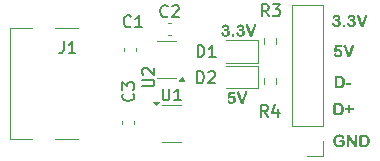
<source format=gbr>
%TF.GenerationSoftware,KiCad,Pcbnew,8.0.8*%
%TF.CreationDate,2025-06-15T19:23:18+08:00*%
%TF.ProjectId,USB_C_Connector,5553425f-435f-4436-9f6e-6e6563746f72,rev?*%
%TF.SameCoordinates,Original*%
%TF.FileFunction,Legend,Top*%
%TF.FilePolarity,Positive*%
%FSLAX46Y46*%
G04 Gerber Fmt 4.6, Leading zero omitted, Abs format (unit mm)*
G04 Created by KiCad (PCBNEW 8.0.8) date 2025-06-15 19:23:18*
%MOMM*%
%LPD*%
G01*
G04 APERTURE LIST*
%ADD10C,0.250000*%
%ADD11C,0.150000*%
%ADD12C,0.120000*%
G04 APERTURE END LIST*
D10*
G36*
X61571337Y-50529540D02*
G01*
X61623836Y-50533726D01*
X61676730Y-50541912D01*
X61701030Y-50547400D01*
X61751439Y-50564313D01*
X61798558Y-50589191D01*
X61838539Y-50618719D01*
X61876034Y-50655127D01*
X61908529Y-50695961D01*
X61936026Y-50741222D01*
X61958523Y-50790910D01*
X61976021Y-50845025D01*
X61988519Y-50903567D01*
X61996018Y-50966536D01*
X61998361Y-51016668D01*
X61998518Y-51033932D01*
X61997242Y-51084097D01*
X61992835Y-51136982D01*
X61985278Y-51186861D01*
X61982398Y-51201238D01*
X61969266Y-51251590D01*
X61952036Y-51298536D01*
X61932816Y-51338259D01*
X61905007Y-51382268D01*
X61871771Y-51422706D01*
X61846599Y-51447679D01*
X61806009Y-51478226D01*
X61762091Y-51502548D01*
X61755984Y-51505321D01*
X61708404Y-51522680D01*
X61657710Y-51534458D01*
X61650716Y-51535607D01*
X61599111Y-51541617D01*
X61546420Y-51544185D01*
X61524931Y-51544400D01*
X61259194Y-51544400D01*
X61208148Y-51539881D01*
X61170779Y-51526326D01*
X61136277Y-51489290D01*
X61131211Y-51475767D01*
X61123242Y-51425874D01*
X61122174Y-51393946D01*
X61122174Y-51372453D01*
X61341749Y-51372453D01*
X61488539Y-51372453D01*
X61538109Y-51371602D01*
X61566940Y-51369766D01*
X61615620Y-51359668D01*
X61624826Y-51356577D01*
X61669371Y-51332530D01*
X61676361Y-51326779D01*
X61710227Y-51290535D01*
X61737086Y-51245549D01*
X61756939Y-51191823D01*
X61768130Y-51140373D01*
X61774455Y-51082853D01*
X61776012Y-51032466D01*
X61774475Y-50979707D01*
X61768797Y-50924862D01*
X61757184Y-50871025D01*
X61737587Y-50821735D01*
X61732293Y-50812404D01*
X61703117Y-50772218D01*
X61666396Y-50739915D01*
X61624826Y-50720080D01*
X61572848Y-50708024D01*
X61523446Y-50702228D01*
X61474253Y-50700316D01*
X61468511Y-50700296D01*
X61341749Y-50700296D01*
X61341749Y-51372453D01*
X61122174Y-51372453D01*
X61122174Y-50660485D01*
X61127414Y-50610690D01*
X61148251Y-50566337D01*
X61153926Y-50560101D01*
X61198399Y-50535326D01*
X61250759Y-50528380D01*
X61255042Y-50528349D01*
X61520779Y-50528349D01*
X61571337Y-50529540D01*
G37*
G36*
X62397610Y-51263032D02*
G01*
X62180723Y-51263032D01*
X62131753Y-51256345D01*
X62099878Y-51239340D01*
X62074012Y-51197614D01*
X62071790Y-51177303D01*
X62085922Y-51129526D01*
X62099146Y-51115021D01*
X62143949Y-51094451D01*
X62180723Y-51091085D01*
X62397610Y-51091085D01*
X62447448Y-51097840D01*
X62478943Y-51115021D01*
X62504360Y-51156774D01*
X62506543Y-51177303D01*
X62492411Y-51224756D01*
X62479187Y-51239340D01*
X62434613Y-51259700D01*
X62397610Y-51263032D01*
G37*
G36*
X51853630Y-46550338D02*
G01*
X51903265Y-46544214D01*
X51948975Y-46524060D01*
X51957189Y-46518342D01*
X51989613Y-46479263D01*
X52000378Y-46430205D01*
X52000420Y-46426507D01*
X51988366Y-46377241D01*
X51966226Y-46348593D01*
X51923124Y-46323056D01*
X51873414Y-46315865D01*
X51823053Y-46320659D01*
X51807469Y-46325146D01*
X51766924Y-46349570D01*
X51738104Y-46389382D01*
X51714390Y-46433732D01*
X51712947Y-46436521D01*
X51684859Y-46463632D01*
X51639918Y-46473157D01*
X51592049Y-46456465D01*
X51583986Y-46449710D01*
X51560173Y-46405654D01*
X51558585Y-46387184D01*
X51568262Y-46338046D01*
X51581055Y-46311468D01*
X51610652Y-46270928D01*
X51646268Y-46237218D01*
X51687548Y-46209109D01*
X51732828Y-46187779D01*
X51752025Y-46180798D01*
X51801462Y-46167850D01*
X51850278Y-46161230D01*
X51892709Y-46159549D01*
X51941985Y-46162091D01*
X51991647Y-46170581D01*
X52016785Y-46177623D01*
X52063347Y-46196570D01*
X52107010Y-46223822D01*
X52114970Y-46230135D01*
X52149618Y-46264944D01*
X52176637Y-46307633D01*
X52177985Y-46310491D01*
X52194105Y-46357813D01*
X52199478Y-46408433D01*
X52195116Y-46457491D01*
X52180546Y-46504359D01*
X52168460Y-46526890D01*
X52138306Y-46567930D01*
X52101701Y-46605136D01*
X52090058Y-46615062D01*
X52132617Y-46642356D01*
X52169522Y-46674488D01*
X52171879Y-46676856D01*
X52203238Y-46714401D01*
X52227578Y-46758471D01*
X52228787Y-46761364D01*
X52243259Y-46809602D01*
X52248083Y-46861503D01*
X52243850Y-46912811D01*
X52231153Y-46962749D01*
X52222437Y-46985334D01*
X52197569Y-47031818D01*
X52167459Y-47070933D01*
X52146722Y-47092068D01*
X52106742Y-47124205D01*
X52061542Y-47150641D01*
X52028508Y-47165097D01*
X51979818Y-47179976D01*
X51927779Y-47188679D01*
X51877566Y-47191231D01*
X51826724Y-47188297D01*
X51774654Y-47178293D01*
X51726624Y-47161189D01*
X51679913Y-47136528D01*
X51639796Y-47107608D01*
X51616715Y-47085962D01*
X51585056Y-47048527D01*
X51558716Y-47007040D01*
X51551258Y-46991929D01*
X51533915Y-46944836D01*
X51529032Y-46910840D01*
X51541128Y-46861357D01*
X51557120Y-46841231D01*
X51602205Y-46817208D01*
X51626973Y-46814609D01*
X51668250Y-46826332D01*
X51694628Y-46855397D01*
X51714721Y-46903485D01*
X51737772Y-46947897D01*
X51766440Y-46988660D01*
X51768878Y-46991440D01*
X51809317Y-47021160D01*
X51857666Y-47033854D01*
X51879032Y-47034916D01*
X51928663Y-47027283D01*
X51957434Y-47015376D01*
X51997654Y-46985457D01*
X52019716Y-46957246D01*
X52039662Y-46909693D01*
X52044384Y-46867365D01*
X52038511Y-46815250D01*
X52018892Y-46769334D01*
X52002619Y-46749151D01*
X51959836Y-46720100D01*
X51908556Y-46707691D01*
X51885871Y-46706653D01*
X51843861Y-46709584D01*
X51806247Y-46712271D01*
X51758370Y-46702227D01*
X51742256Y-46691022D01*
X51720104Y-46645850D01*
X51719297Y-46632403D01*
X51734684Y-46584959D01*
X51746652Y-46572808D01*
X51792969Y-46552993D01*
X51825543Y-46550338D01*
X51853630Y-46550338D01*
G37*
G36*
X52520902Y-47191231D02*
G01*
X52470970Y-47180985D01*
X52441767Y-47162166D01*
X52414032Y-47119472D01*
X52408550Y-47080833D01*
X52419744Y-47032438D01*
X52440302Y-47004385D01*
X52483377Y-46977670D01*
X52518704Y-46972389D01*
X52566780Y-46982359D01*
X52598083Y-47003897D01*
X52625614Y-47046220D01*
X52631055Y-47080833D01*
X52621750Y-47129195D01*
X52598083Y-47161678D01*
X52554967Y-47186354D01*
X52520902Y-47191231D01*
G37*
G36*
X53122716Y-46550338D02*
G01*
X53172351Y-46544214D01*
X53218061Y-46524060D01*
X53226275Y-46518342D01*
X53258699Y-46479263D01*
X53269464Y-46430205D01*
X53269506Y-46426507D01*
X53257452Y-46377241D01*
X53235312Y-46348593D01*
X53192210Y-46323056D01*
X53142500Y-46315865D01*
X53092139Y-46320659D01*
X53076554Y-46325146D01*
X53036010Y-46349570D01*
X53007189Y-46389382D01*
X52983476Y-46433732D01*
X52982032Y-46436521D01*
X52953945Y-46463632D01*
X52909004Y-46473157D01*
X52861135Y-46456465D01*
X52853072Y-46449710D01*
X52829259Y-46405654D01*
X52827671Y-46387184D01*
X52837348Y-46338046D01*
X52850141Y-46311468D01*
X52879737Y-46270928D01*
X52915354Y-46237218D01*
X52956634Y-46209109D01*
X53001914Y-46187779D01*
X53021111Y-46180798D01*
X53070548Y-46167850D01*
X53119364Y-46161230D01*
X53161795Y-46159549D01*
X53211071Y-46162091D01*
X53260733Y-46170581D01*
X53285871Y-46177623D01*
X53332433Y-46196570D01*
X53376096Y-46223822D01*
X53384056Y-46230135D01*
X53418703Y-46264944D01*
X53445723Y-46307633D01*
X53447071Y-46310491D01*
X53463191Y-46357813D01*
X53468564Y-46408433D01*
X53464202Y-46457491D01*
X53449632Y-46504359D01*
X53437545Y-46526890D01*
X53407392Y-46567930D01*
X53370787Y-46605136D01*
X53359143Y-46615062D01*
X53401703Y-46642356D01*
X53438607Y-46674488D01*
X53440965Y-46676856D01*
X53472324Y-46714401D01*
X53496664Y-46758471D01*
X53497873Y-46761364D01*
X53512345Y-46809602D01*
X53517169Y-46861503D01*
X53512936Y-46912811D01*
X53500238Y-46962749D01*
X53491523Y-46985334D01*
X53466655Y-47031818D01*
X53436545Y-47070933D01*
X53415808Y-47092068D01*
X53375828Y-47124205D01*
X53330628Y-47150641D01*
X53297594Y-47165097D01*
X53248904Y-47179976D01*
X53196865Y-47188679D01*
X53146652Y-47191231D01*
X53095810Y-47188297D01*
X53043740Y-47178293D01*
X52995710Y-47161189D01*
X52948999Y-47136528D01*
X52908882Y-47107608D01*
X52885801Y-47085962D01*
X52854142Y-47048527D01*
X52827802Y-47007040D01*
X52820344Y-46991929D01*
X52803001Y-46944836D01*
X52798118Y-46910840D01*
X52810214Y-46861357D01*
X52826206Y-46841231D01*
X52871291Y-46817208D01*
X52896059Y-46814609D01*
X52937336Y-46826332D01*
X52963714Y-46855397D01*
X52983807Y-46903485D01*
X53006857Y-46947897D01*
X53035525Y-46988660D01*
X53037964Y-46991440D01*
X53078402Y-47021160D01*
X53126752Y-47033854D01*
X53148118Y-47034916D01*
X53197748Y-47027283D01*
X53226520Y-47015376D01*
X53266740Y-46985457D01*
X53288801Y-46957246D01*
X53308748Y-46909693D01*
X53313470Y-46867365D01*
X53307597Y-46815250D01*
X53287978Y-46769334D01*
X53271704Y-46749151D01*
X53228922Y-46720100D01*
X53177642Y-46707691D01*
X53154956Y-46706653D01*
X53112947Y-46709584D01*
X53075333Y-46712271D01*
X53027456Y-46702227D01*
X53011342Y-46691022D01*
X52989190Y-46645850D01*
X52988383Y-46632403D01*
X53003770Y-46584959D01*
X53015738Y-46572808D01*
X53062055Y-46552993D01*
X53094628Y-46550338D01*
X53122716Y-46550338D01*
G37*
G36*
X53835173Y-46268237D02*
G01*
X54055724Y-46924274D01*
X54277252Y-46263352D01*
X54293784Y-46214962D01*
X54304363Y-46187149D01*
X54334967Y-46147753D01*
X54336359Y-46146604D01*
X54383354Y-46128930D01*
X54397175Y-46128286D01*
X54444917Y-46139921D01*
X54449443Y-46142452D01*
X54485550Y-46177386D01*
X54487301Y-46180310D01*
X54501223Y-46227937D01*
X54496827Y-46262375D01*
X54486324Y-46297791D01*
X54473868Y-46332962D01*
X54230113Y-46994860D01*
X54213627Y-47040942D01*
X54203735Y-47067400D01*
X54182477Y-47113345D01*
X54172716Y-47129193D01*
X54137255Y-47165508D01*
X54124600Y-47173646D01*
X54076944Y-47189514D01*
X54051083Y-47191231D01*
X54002101Y-47184553D01*
X53977566Y-47174134D01*
X53938961Y-47142352D01*
X53928962Y-47129193D01*
X53905279Y-47085887D01*
X53897455Y-47067156D01*
X53880249Y-47020483D01*
X53871321Y-46994860D01*
X53631474Y-46338335D01*
X53618774Y-46302920D01*
X53607538Y-46264818D01*
X53602898Y-46229403D01*
X53615941Y-46182124D01*
X53633184Y-46159793D01*
X53674863Y-46133486D01*
X53709632Y-46128286D01*
X53760135Y-46138006D01*
X53789011Y-46162724D01*
X53812153Y-46206200D01*
X53830866Y-46255191D01*
X53835173Y-46268237D01*
G37*
G36*
X61251630Y-45737538D02*
G01*
X61301265Y-45731414D01*
X61346975Y-45711260D01*
X61355189Y-45705542D01*
X61387613Y-45666463D01*
X61398378Y-45617405D01*
X61398420Y-45613707D01*
X61386366Y-45564441D01*
X61364226Y-45535793D01*
X61321124Y-45510256D01*
X61271414Y-45503065D01*
X61221053Y-45507859D01*
X61205469Y-45512346D01*
X61164924Y-45536770D01*
X61136104Y-45576582D01*
X61112390Y-45620932D01*
X61110947Y-45623721D01*
X61082859Y-45650832D01*
X61037918Y-45660357D01*
X60990049Y-45643665D01*
X60981986Y-45636910D01*
X60958173Y-45592854D01*
X60956585Y-45574384D01*
X60966262Y-45525246D01*
X60979055Y-45498668D01*
X61008652Y-45458128D01*
X61044268Y-45424418D01*
X61085548Y-45396309D01*
X61130828Y-45374979D01*
X61150025Y-45367998D01*
X61199462Y-45355050D01*
X61248278Y-45348430D01*
X61290709Y-45346749D01*
X61339985Y-45349291D01*
X61389647Y-45357781D01*
X61414785Y-45364823D01*
X61461347Y-45383770D01*
X61505010Y-45411022D01*
X61512970Y-45417335D01*
X61547618Y-45452144D01*
X61574637Y-45494833D01*
X61575985Y-45497691D01*
X61592105Y-45545013D01*
X61597478Y-45595633D01*
X61593116Y-45644691D01*
X61578546Y-45691559D01*
X61566460Y-45714090D01*
X61536306Y-45755130D01*
X61499701Y-45792336D01*
X61488058Y-45802262D01*
X61530617Y-45829556D01*
X61567522Y-45861688D01*
X61569879Y-45864056D01*
X61601238Y-45901601D01*
X61625578Y-45945671D01*
X61626787Y-45948564D01*
X61641259Y-45996802D01*
X61646083Y-46048703D01*
X61641850Y-46100011D01*
X61629153Y-46149949D01*
X61620437Y-46172534D01*
X61595569Y-46219018D01*
X61565459Y-46258133D01*
X61544722Y-46279268D01*
X61504742Y-46311405D01*
X61459542Y-46337841D01*
X61426508Y-46352297D01*
X61377818Y-46367176D01*
X61325779Y-46375879D01*
X61275566Y-46378431D01*
X61224724Y-46375497D01*
X61172654Y-46365493D01*
X61124624Y-46348389D01*
X61077913Y-46323728D01*
X61037796Y-46294808D01*
X61014715Y-46273162D01*
X60983056Y-46235727D01*
X60956716Y-46194240D01*
X60949258Y-46179129D01*
X60931915Y-46132036D01*
X60927032Y-46098040D01*
X60939128Y-46048557D01*
X60955120Y-46028431D01*
X61000205Y-46004408D01*
X61024973Y-46001809D01*
X61066250Y-46013532D01*
X61092628Y-46042597D01*
X61112721Y-46090685D01*
X61135772Y-46135097D01*
X61164440Y-46175860D01*
X61166878Y-46178640D01*
X61207317Y-46208360D01*
X61255666Y-46221054D01*
X61277032Y-46222116D01*
X61326663Y-46214483D01*
X61355434Y-46202576D01*
X61395654Y-46172657D01*
X61417716Y-46144446D01*
X61437662Y-46096893D01*
X61442384Y-46054565D01*
X61436511Y-46002450D01*
X61416892Y-45956534D01*
X61400619Y-45936351D01*
X61357836Y-45907300D01*
X61306556Y-45894891D01*
X61283871Y-45893853D01*
X61241861Y-45896784D01*
X61204247Y-45899471D01*
X61156370Y-45889427D01*
X61140256Y-45878222D01*
X61118104Y-45833050D01*
X61117297Y-45819603D01*
X61132684Y-45772159D01*
X61144652Y-45760008D01*
X61190969Y-45740193D01*
X61223543Y-45737538D01*
X61251630Y-45737538D01*
G37*
G36*
X61918902Y-46378431D02*
G01*
X61868970Y-46368185D01*
X61839767Y-46349366D01*
X61812032Y-46306672D01*
X61806550Y-46268033D01*
X61817744Y-46219638D01*
X61838302Y-46191585D01*
X61881377Y-46164870D01*
X61916704Y-46159589D01*
X61964780Y-46169559D01*
X61996083Y-46191097D01*
X62023614Y-46233420D01*
X62029055Y-46268033D01*
X62019750Y-46316395D01*
X61996083Y-46348878D01*
X61952967Y-46373554D01*
X61918902Y-46378431D01*
G37*
G36*
X62520716Y-45737538D02*
G01*
X62570351Y-45731414D01*
X62616061Y-45711260D01*
X62624275Y-45705542D01*
X62656699Y-45666463D01*
X62667464Y-45617405D01*
X62667506Y-45613707D01*
X62655452Y-45564441D01*
X62633312Y-45535793D01*
X62590210Y-45510256D01*
X62540500Y-45503065D01*
X62490139Y-45507859D01*
X62474554Y-45512346D01*
X62434010Y-45536770D01*
X62405189Y-45576582D01*
X62381476Y-45620932D01*
X62380032Y-45623721D01*
X62351945Y-45650832D01*
X62307004Y-45660357D01*
X62259135Y-45643665D01*
X62251072Y-45636910D01*
X62227259Y-45592854D01*
X62225671Y-45574384D01*
X62235348Y-45525246D01*
X62248141Y-45498668D01*
X62277737Y-45458128D01*
X62313354Y-45424418D01*
X62354634Y-45396309D01*
X62399914Y-45374979D01*
X62419111Y-45367998D01*
X62468548Y-45355050D01*
X62517364Y-45348430D01*
X62559795Y-45346749D01*
X62609071Y-45349291D01*
X62658733Y-45357781D01*
X62683871Y-45364823D01*
X62730433Y-45383770D01*
X62774096Y-45411022D01*
X62782056Y-45417335D01*
X62816703Y-45452144D01*
X62843723Y-45494833D01*
X62845071Y-45497691D01*
X62861191Y-45545013D01*
X62866564Y-45595633D01*
X62862202Y-45644691D01*
X62847632Y-45691559D01*
X62835545Y-45714090D01*
X62805392Y-45755130D01*
X62768787Y-45792336D01*
X62757143Y-45802262D01*
X62799703Y-45829556D01*
X62836607Y-45861688D01*
X62838965Y-45864056D01*
X62870324Y-45901601D01*
X62894664Y-45945671D01*
X62895873Y-45948564D01*
X62910345Y-45996802D01*
X62915169Y-46048703D01*
X62910936Y-46100011D01*
X62898238Y-46149949D01*
X62889523Y-46172534D01*
X62864655Y-46219018D01*
X62834545Y-46258133D01*
X62813808Y-46279268D01*
X62773828Y-46311405D01*
X62728628Y-46337841D01*
X62695594Y-46352297D01*
X62646904Y-46367176D01*
X62594865Y-46375879D01*
X62544652Y-46378431D01*
X62493810Y-46375497D01*
X62441740Y-46365493D01*
X62393710Y-46348389D01*
X62346999Y-46323728D01*
X62306882Y-46294808D01*
X62283801Y-46273162D01*
X62252142Y-46235727D01*
X62225802Y-46194240D01*
X62218344Y-46179129D01*
X62201001Y-46132036D01*
X62196118Y-46098040D01*
X62208214Y-46048557D01*
X62224206Y-46028431D01*
X62269291Y-46004408D01*
X62294059Y-46001809D01*
X62335336Y-46013532D01*
X62361714Y-46042597D01*
X62381807Y-46090685D01*
X62404857Y-46135097D01*
X62433525Y-46175860D01*
X62435964Y-46178640D01*
X62476402Y-46208360D01*
X62524752Y-46221054D01*
X62546118Y-46222116D01*
X62595748Y-46214483D01*
X62624520Y-46202576D01*
X62664740Y-46172657D01*
X62686801Y-46144446D01*
X62706748Y-46096893D01*
X62711470Y-46054565D01*
X62705597Y-46002450D01*
X62685978Y-45956534D01*
X62669704Y-45936351D01*
X62626922Y-45907300D01*
X62575642Y-45894891D01*
X62552956Y-45893853D01*
X62510947Y-45896784D01*
X62473333Y-45899471D01*
X62425456Y-45889427D01*
X62409342Y-45878222D01*
X62387190Y-45833050D01*
X62386383Y-45819603D01*
X62401770Y-45772159D01*
X62413738Y-45760008D01*
X62460055Y-45740193D01*
X62492628Y-45737538D01*
X62520716Y-45737538D01*
G37*
G36*
X63233173Y-45455437D02*
G01*
X63453724Y-46111474D01*
X63675252Y-45450552D01*
X63691784Y-45402162D01*
X63702363Y-45374349D01*
X63732967Y-45334953D01*
X63734359Y-45333804D01*
X63781354Y-45316130D01*
X63795175Y-45315486D01*
X63842917Y-45327121D01*
X63847443Y-45329652D01*
X63883550Y-45364586D01*
X63885301Y-45367510D01*
X63899223Y-45415137D01*
X63894827Y-45449575D01*
X63884324Y-45484991D01*
X63871868Y-45520162D01*
X63628113Y-46182060D01*
X63611627Y-46228142D01*
X63601735Y-46254600D01*
X63580477Y-46300545D01*
X63570716Y-46316393D01*
X63535255Y-46352708D01*
X63522600Y-46360846D01*
X63474944Y-46376714D01*
X63449083Y-46378431D01*
X63400101Y-46371753D01*
X63375566Y-46361334D01*
X63336961Y-46329552D01*
X63326962Y-46316393D01*
X63303279Y-46273087D01*
X63295455Y-46254356D01*
X63278249Y-46207683D01*
X63269321Y-46182060D01*
X63029474Y-45525535D01*
X63016774Y-45490120D01*
X63005538Y-45452018D01*
X63000898Y-45416603D01*
X63013941Y-45369324D01*
X63031184Y-45346993D01*
X63072863Y-45320686D01*
X63107632Y-45315486D01*
X63158135Y-45325206D01*
X63187011Y-45349924D01*
X63210153Y-45393400D01*
X63228866Y-45442391D01*
X63233173Y-45455437D01*
G37*
G36*
X61644367Y-48084096D02*
G01*
X61324653Y-48084096D01*
X61289482Y-48287551D01*
X61337254Y-48264764D01*
X61384948Y-48249434D01*
X61437852Y-48241148D01*
X61458986Y-48240412D01*
X61508457Y-48244018D01*
X61559182Y-48256064D01*
X61585260Y-48266057D01*
X61630667Y-48289920D01*
X61671237Y-48320233D01*
X61688330Y-48336399D01*
X61721263Y-48375654D01*
X61747827Y-48420392D01*
X61757940Y-48442889D01*
X61773419Y-48490287D01*
X61781753Y-48540159D01*
X61783341Y-48574780D01*
X61780486Y-48624697D01*
X61770451Y-48678154D01*
X61753189Y-48728750D01*
X61737667Y-48760893D01*
X61708906Y-48805430D01*
X61673731Y-48844519D01*
X61632142Y-48878159D01*
X61606265Y-48894494D01*
X61561645Y-48916079D01*
X61513758Y-48931497D01*
X61462604Y-48940747D01*
X61408184Y-48943831D01*
X61355611Y-48941587D01*
X61301022Y-48933527D01*
X61252296Y-48919605D01*
X61204485Y-48896936D01*
X61163978Y-48869300D01*
X61127399Y-48835965D01*
X61097410Y-48796100D01*
X61093111Y-48788493D01*
X61071920Y-48741141D01*
X61060893Y-48692616D01*
X61060382Y-48680781D01*
X61076506Y-48633985D01*
X61084806Y-48623873D01*
X61128587Y-48598685D01*
X61146356Y-48597006D01*
X61195062Y-48610283D01*
X61229155Y-48646388D01*
X61239412Y-48666371D01*
X61263908Y-48708932D01*
X61297140Y-48745210D01*
X61310731Y-48755764D01*
X61355117Y-48778554D01*
X61404011Y-48787392D01*
X61410871Y-48787516D01*
X61461004Y-48780347D01*
X61499286Y-48762114D01*
X61536664Y-48727158D01*
X61558149Y-48691528D01*
X61573719Y-48643351D01*
X61578889Y-48592307D01*
X61578910Y-48588702D01*
X61574609Y-48537925D01*
X61559160Y-48488481D01*
X61556439Y-48482945D01*
X61528550Y-48442835D01*
X61496844Y-48417976D01*
X61449572Y-48400234D01*
X61413557Y-48396727D01*
X61364648Y-48400208D01*
X61332224Y-48410649D01*
X61289969Y-48438488D01*
X61259440Y-48460963D01*
X61217201Y-48487260D01*
X61177374Y-48497599D01*
X61128648Y-48483720D01*
X61111917Y-48470733D01*
X61085826Y-48428074D01*
X61083585Y-48409183D01*
X61091157Y-48360823D01*
X61148798Y-48027920D01*
X61162333Y-47978973D01*
X61187144Y-47940237D01*
X61232671Y-47916785D01*
X61277514Y-47912149D01*
X61640215Y-47912149D01*
X61690544Y-47917584D01*
X61736267Y-47942803D01*
X61754804Y-47988571D01*
X61755253Y-47999100D01*
X61740364Y-48046526D01*
X61726432Y-48060893D01*
X61680980Y-48080833D01*
X61644367Y-48084096D01*
G37*
G36*
X62091087Y-48020837D02*
G01*
X62311638Y-48676874D01*
X62533166Y-48015952D01*
X62549698Y-47967562D01*
X62560277Y-47939749D01*
X62590881Y-47900353D01*
X62592273Y-47899204D01*
X62639268Y-47881530D01*
X62653090Y-47880886D01*
X62700831Y-47892521D01*
X62705358Y-47895052D01*
X62741465Y-47929986D01*
X62743215Y-47932910D01*
X62757137Y-47980537D01*
X62752741Y-48014975D01*
X62742238Y-48050391D01*
X62729782Y-48085562D01*
X62486028Y-48747460D01*
X62469541Y-48793542D01*
X62459649Y-48820000D01*
X62438391Y-48865945D01*
X62428630Y-48881793D01*
X62393169Y-48918108D01*
X62380515Y-48926246D01*
X62332858Y-48942114D01*
X62306998Y-48943831D01*
X62258015Y-48937153D01*
X62233480Y-48926734D01*
X62194875Y-48894952D01*
X62184876Y-48881793D01*
X62161193Y-48838487D01*
X62153369Y-48819756D01*
X62136163Y-48773083D01*
X62127235Y-48747460D01*
X61887388Y-48090935D01*
X61874688Y-48055520D01*
X61863453Y-48017418D01*
X61858812Y-47982003D01*
X61871855Y-47934724D01*
X61889098Y-47912393D01*
X61930777Y-47886086D01*
X61965546Y-47880886D01*
X62016049Y-47890606D01*
X62044925Y-47915324D01*
X62068067Y-47958800D01*
X62086780Y-48007791D01*
X62091087Y-48020837D01*
G37*
G36*
X52627367Y-52021096D02*
G01*
X52307653Y-52021096D01*
X52272482Y-52224551D01*
X52320254Y-52201764D01*
X52367948Y-52186434D01*
X52420852Y-52178148D01*
X52441986Y-52177412D01*
X52491457Y-52181018D01*
X52542182Y-52193064D01*
X52568260Y-52203057D01*
X52613667Y-52226920D01*
X52654237Y-52257233D01*
X52671330Y-52273399D01*
X52704263Y-52312654D01*
X52730827Y-52357392D01*
X52740940Y-52379889D01*
X52756419Y-52427287D01*
X52764753Y-52477159D01*
X52766341Y-52511780D01*
X52763486Y-52561697D01*
X52753451Y-52615154D01*
X52736189Y-52665750D01*
X52720667Y-52697893D01*
X52691906Y-52742430D01*
X52656731Y-52781519D01*
X52615142Y-52815159D01*
X52589265Y-52831494D01*
X52544645Y-52853079D01*
X52496758Y-52868497D01*
X52445604Y-52877747D01*
X52391184Y-52880831D01*
X52338611Y-52878587D01*
X52284022Y-52870527D01*
X52235296Y-52856605D01*
X52187485Y-52833936D01*
X52146978Y-52806300D01*
X52110399Y-52772965D01*
X52080410Y-52733100D01*
X52076111Y-52725493D01*
X52054920Y-52678141D01*
X52043893Y-52629616D01*
X52043382Y-52617781D01*
X52059506Y-52570985D01*
X52067806Y-52560873D01*
X52111587Y-52535685D01*
X52129356Y-52534006D01*
X52178062Y-52547283D01*
X52212155Y-52583388D01*
X52222412Y-52603371D01*
X52246908Y-52645932D01*
X52280140Y-52682210D01*
X52293731Y-52692764D01*
X52338117Y-52715554D01*
X52387011Y-52724392D01*
X52393871Y-52724516D01*
X52444004Y-52717347D01*
X52482286Y-52699114D01*
X52519664Y-52664158D01*
X52541149Y-52628528D01*
X52556719Y-52580351D01*
X52561889Y-52529307D01*
X52561910Y-52525702D01*
X52557609Y-52474925D01*
X52542160Y-52425481D01*
X52539439Y-52419945D01*
X52511550Y-52379835D01*
X52479844Y-52354976D01*
X52432572Y-52337234D01*
X52396557Y-52333727D01*
X52347648Y-52337208D01*
X52315224Y-52347649D01*
X52272969Y-52375488D01*
X52242440Y-52397963D01*
X52200201Y-52424260D01*
X52160374Y-52434599D01*
X52111648Y-52420720D01*
X52094917Y-52407733D01*
X52068826Y-52365074D01*
X52066585Y-52346183D01*
X52074157Y-52297823D01*
X52131798Y-51964920D01*
X52145333Y-51915973D01*
X52170144Y-51877237D01*
X52215671Y-51853785D01*
X52260514Y-51849149D01*
X52623215Y-51849149D01*
X52673544Y-51854584D01*
X52719267Y-51879803D01*
X52737804Y-51925571D01*
X52738253Y-51936100D01*
X52723364Y-51983526D01*
X52709432Y-51997893D01*
X52663980Y-52017833D01*
X52627367Y-52021096D01*
G37*
G36*
X53074087Y-51957837D02*
G01*
X53294638Y-52613874D01*
X53516166Y-51952952D01*
X53532698Y-51904562D01*
X53543277Y-51876749D01*
X53573881Y-51837353D01*
X53575273Y-51836204D01*
X53622268Y-51818530D01*
X53636090Y-51817886D01*
X53683831Y-51829521D01*
X53688358Y-51832052D01*
X53724465Y-51866986D01*
X53726215Y-51869910D01*
X53740137Y-51917537D01*
X53735741Y-51951975D01*
X53725238Y-51987391D01*
X53712782Y-52022562D01*
X53469028Y-52684460D01*
X53452541Y-52730542D01*
X53442649Y-52757000D01*
X53421391Y-52802945D01*
X53411630Y-52818793D01*
X53376169Y-52855108D01*
X53363515Y-52863246D01*
X53315858Y-52879114D01*
X53289998Y-52880831D01*
X53241015Y-52874153D01*
X53216480Y-52863734D01*
X53177875Y-52831952D01*
X53167876Y-52818793D01*
X53144193Y-52775487D01*
X53136369Y-52756756D01*
X53119163Y-52710083D01*
X53110235Y-52684460D01*
X52870388Y-52027935D01*
X52857688Y-51992520D01*
X52846453Y-51954418D01*
X52841812Y-51919003D01*
X52854855Y-51871724D01*
X52872098Y-51849393D01*
X52913777Y-51823086D01*
X52948546Y-51817886D01*
X52999049Y-51827606D01*
X53027925Y-51852324D01*
X53051067Y-51895800D01*
X53069780Y-51944791D01*
X53074087Y-51957837D01*
G37*
G36*
X61469737Y-52815540D02*
G01*
X61522236Y-52819726D01*
X61575130Y-52827912D01*
X61599430Y-52833400D01*
X61649839Y-52850313D01*
X61696958Y-52875191D01*
X61736939Y-52904719D01*
X61774434Y-52941127D01*
X61806929Y-52981961D01*
X61834426Y-53027222D01*
X61856923Y-53076910D01*
X61874421Y-53131025D01*
X61886919Y-53189567D01*
X61894418Y-53252536D01*
X61896761Y-53302668D01*
X61896918Y-53319932D01*
X61895642Y-53370097D01*
X61891235Y-53422982D01*
X61883678Y-53472861D01*
X61880798Y-53487238D01*
X61867666Y-53537590D01*
X61850436Y-53584536D01*
X61831216Y-53624259D01*
X61803407Y-53668268D01*
X61770171Y-53708706D01*
X61744999Y-53733679D01*
X61704409Y-53764226D01*
X61660491Y-53788548D01*
X61654384Y-53791321D01*
X61606804Y-53808680D01*
X61556110Y-53820458D01*
X61549116Y-53821607D01*
X61497511Y-53827617D01*
X61444820Y-53830185D01*
X61423331Y-53830400D01*
X61157594Y-53830400D01*
X61106548Y-53825881D01*
X61069179Y-53812326D01*
X61034677Y-53775290D01*
X61029611Y-53761767D01*
X61021642Y-53711874D01*
X61020574Y-53679946D01*
X61020574Y-53658453D01*
X61240149Y-53658453D01*
X61386939Y-53658453D01*
X61436509Y-53657602D01*
X61465340Y-53655766D01*
X61514020Y-53645668D01*
X61523226Y-53642577D01*
X61567771Y-53618530D01*
X61574761Y-53612779D01*
X61608627Y-53576535D01*
X61635486Y-53531549D01*
X61655339Y-53477823D01*
X61666530Y-53426373D01*
X61672855Y-53368853D01*
X61674412Y-53318466D01*
X61672875Y-53265707D01*
X61667197Y-53210862D01*
X61655584Y-53157025D01*
X61635987Y-53107735D01*
X61630693Y-53098404D01*
X61601517Y-53058218D01*
X61564796Y-53025915D01*
X61523226Y-53006080D01*
X61471248Y-52994024D01*
X61421846Y-52988228D01*
X61372653Y-52986316D01*
X61366911Y-52986296D01*
X61240149Y-52986296D01*
X61240149Y-53658453D01*
X61020574Y-53658453D01*
X61020574Y-52946485D01*
X61025814Y-52896690D01*
X61046651Y-52852337D01*
X61052326Y-52846101D01*
X61096799Y-52821326D01*
X61149159Y-52814380D01*
X61153442Y-52814349D01*
X61419179Y-52814349D01*
X61469737Y-52815540D01*
G37*
G36*
X62458432Y-53689716D02*
G01*
X62265480Y-53689716D01*
X62265480Y-53423979D01*
X62002430Y-53423979D01*
X62002430Y-53236401D01*
X62265480Y-53236401D01*
X62265480Y-52970665D01*
X62458432Y-52970665D01*
X62458432Y-53236401D01*
X62722947Y-53236401D01*
X62722947Y-53423979D01*
X62458432Y-53423979D01*
X62458432Y-53689716D01*
G37*
G36*
X61979959Y-56105388D02*
G01*
X61979959Y-56298096D01*
X61975795Y-56347502D01*
X61971899Y-56362576D01*
X61944980Y-56404078D01*
X61942345Y-56406540D01*
X61902286Y-56435878D01*
X61888612Y-56443665D01*
X61842984Y-56466669D01*
X61798181Y-56486346D01*
X61748763Y-56504505D01*
X61711048Y-56515716D01*
X61661764Y-56526697D01*
X61610086Y-56534083D01*
X61556011Y-56537876D01*
X61524934Y-56538431D01*
X61474518Y-56536690D01*
X61419304Y-56530435D01*
X61366655Y-56519631D01*
X61316570Y-56504278D01*
X61310489Y-56502039D01*
X61263778Y-56481675D01*
X61220608Y-56457220D01*
X61176275Y-56424819D01*
X61144893Y-56396037D01*
X61112576Y-56359401D01*
X61084259Y-56319101D01*
X61059942Y-56275137D01*
X61039624Y-56227510D01*
X61023702Y-56176631D01*
X61012330Y-56122913D01*
X61006110Y-56073580D01*
X61003374Y-56022074D01*
X61003232Y-56006959D01*
X61004926Y-55955569D01*
X61010010Y-55906120D01*
X61019971Y-55851982D01*
X61034358Y-55800378D01*
X61038647Y-55787873D01*
X61058568Y-55740032D01*
X61082672Y-55695915D01*
X61110958Y-55655524D01*
X61143427Y-55618857D01*
X61179957Y-55586006D01*
X61220180Y-55557308D01*
X61264098Y-55532761D01*
X61311710Y-55512367D01*
X61362818Y-55496232D01*
X61417223Y-55484706D01*
X61467533Y-55478403D01*
X61520366Y-55475630D01*
X61535925Y-55475486D01*
X61585888Y-55477242D01*
X61638630Y-55483413D01*
X61687700Y-55494029D01*
X61718375Y-55503574D01*
X61765229Y-55522455D01*
X61810047Y-55546641D01*
X61847824Y-55574405D01*
X61884434Y-55610020D01*
X61914754Y-55650358D01*
X61923295Y-55665263D01*
X61942529Y-55710875D01*
X61948940Y-55751481D01*
X61936919Y-55799642D01*
X61918165Y-55823776D01*
X61874927Y-55849174D01*
X61844404Y-55853330D01*
X61798486Y-55841362D01*
X61761606Y-55807656D01*
X61733060Y-55763995D01*
X61703461Y-55723870D01*
X61698591Y-55718019D01*
X61660276Y-55684283D01*
X61630692Y-55667705D01*
X61581843Y-55652501D01*
X61533161Y-55647611D01*
X61520782Y-55647433D01*
X61471186Y-55650799D01*
X61422107Y-55662042D01*
X61397684Y-55671369D01*
X61353445Y-55696473D01*
X61315191Y-55729899D01*
X61305360Y-55740978D01*
X61277106Y-55781595D01*
X61254657Y-55829225D01*
X61246253Y-55853574D01*
X61234573Y-55901176D01*
X61227741Y-55952299D01*
X61225737Y-56001830D01*
X61227675Y-56054933D01*
X61233489Y-56104030D01*
X61245582Y-56157656D01*
X61263256Y-56205513D01*
X61290930Y-56254052D01*
X61305116Y-56272451D01*
X61342836Y-56309091D01*
X61386540Y-56336731D01*
X61436229Y-56355373D01*
X61491901Y-56365015D01*
X61526400Y-56366484D01*
X61577290Y-56363908D01*
X61625914Y-56356180D01*
X61657070Y-56348166D01*
X61706517Y-56331106D01*
X61751517Y-56311494D01*
X61777482Y-56298340D01*
X61777482Y-56147642D01*
X61627272Y-56147642D01*
X61577817Y-56143456D01*
X61536170Y-56128592D01*
X61507298Y-56089131D01*
X61504174Y-56062646D01*
X61518053Y-56015264D01*
X61531041Y-56000364D01*
X61576410Y-55978105D01*
X61602604Y-55975696D01*
X61834146Y-55975696D01*
X61883815Y-55978939D01*
X61909128Y-55984000D01*
X61951054Y-56009265D01*
X61960175Y-56020880D01*
X61977177Y-56067401D01*
X61979959Y-56105388D01*
G37*
G36*
X62433518Y-55602004D02*
G01*
X62811362Y-56176219D01*
X62811362Y-55600539D01*
X62817319Y-55549383D01*
X62838472Y-55507238D01*
X62879898Y-55479951D01*
X62911990Y-55475486D01*
X62961400Y-55486680D01*
X62986972Y-55507238D01*
X63009289Y-55552464D01*
X63014572Y-55600783D01*
X63014572Y-56397259D01*
X63008938Y-56452266D01*
X62988704Y-56498588D01*
X62948351Y-56529608D01*
X62896847Y-56538431D01*
X62847530Y-56531132D01*
X62844579Y-56530127D01*
X62802373Y-56505098D01*
X62801103Y-56503993D01*
X62767410Y-56467063D01*
X62764223Y-56462716D01*
X62735158Y-56421309D01*
X62731006Y-56415333D01*
X62362687Y-55853330D01*
X62362687Y-56414356D01*
X62356301Y-56464688D01*
X62333623Y-56506679D01*
X62291109Y-56533966D01*
X62259373Y-56538431D01*
X62210229Y-56526979D01*
X62184146Y-56505947D01*
X62161434Y-56460592D01*
X62156058Y-56413134D01*
X62156058Y-55631802D01*
X62159690Y-55580977D01*
X62167537Y-55550957D01*
X62197013Y-55509292D01*
X62213699Y-55496491D01*
X62260559Y-55477537D01*
X62283309Y-55475486D01*
X62332302Y-55484426D01*
X62333623Y-55485012D01*
X62370015Y-55510657D01*
X62400301Y-55549912D01*
X62401278Y-55551446D01*
X62428416Y-55593879D01*
X62433518Y-55602004D01*
G37*
G36*
X63666944Y-55507940D02*
G01*
X63719443Y-55512126D01*
X63772337Y-55520312D01*
X63796637Y-55525800D01*
X63847046Y-55542713D01*
X63894165Y-55567591D01*
X63934146Y-55597119D01*
X63971641Y-55633527D01*
X64004137Y-55674361D01*
X64031633Y-55719622D01*
X64054130Y-55769310D01*
X64071628Y-55823425D01*
X64084126Y-55881967D01*
X64091625Y-55944936D01*
X64093969Y-55995068D01*
X64094125Y-56012332D01*
X64092850Y-56062497D01*
X64088442Y-56115382D01*
X64080886Y-56165261D01*
X64078005Y-56179638D01*
X64064873Y-56229990D01*
X64047643Y-56276936D01*
X64028424Y-56316659D01*
X64000614Y-56360668D01*
X63967378Y-56401106D01*
X63942206Y-56426079D01*
X63901616Y-56456626D01*
X63857699Y-56480948D01*
X63851592Y-56483721D01*
X63804011Y-56501080D01*
X63753317Y-56512858D01*
X63746323Y-56514007D01*
X63694718Y-56520017D01*
X63642027Y-56522585D01*
X63620538Y-56522800D01*
X63354802Y-56522800D01*
X63303755Y-56518281D01*
X63266386Y-56504726D01*
X63231884Y-56467690D01*
X63226819Y-56454167D01*
X63218849Y-56404274D01*
X63217782Y-56372346D01*
X63217782Y-56350853D01*
X63437356Y-56350853D01*
X63584146Y-56350853D01*
X63633717Y-56350002D01*
X63662548Y-56348166D01*
X63711228Y-56338068D01*
X63720433Y-56334977D01*
X63764979Y-56310930D01*
X63771969Y-56305179D01*
X63805834Y-56268935D01*
X63832694Y-56223949D01*
X63852546Y-56170223D01*
X63863737Y-56118773D01*
X63870063Y-56061253D01*
X63871620Y-56010866D01*
X63870083Y-55958107D01*
X63864404Y-55903262D01*
X63852791Y-55849425D01*
X63833194Y-55800135D01*
X63827900Y-55790804D01*
X63798725Y-55750618D01*
X63762003Y-55718315D01*
X63720433Y-55698480D01*
X63668455Y-55686424D01*
X63619054Y-55680628D01*
X63569861Y-55678716D01*
X63564118Y-55678696D01*
X63437356Y-55678696D01*
X63437356Y-56350853D01*
X63217782Y-56350853D01*
X63217782Y-55638885D01*
X63223022Y-55589090D01*
X63243859Y-55544737D01*
X63249533Y-55538501D01*
X63294006Y-55513726D01*
X63346366Y-55506780D01*
X63350650Y-55506749D01*
X63616386Y-55506749D01*
X63666944Y-55507940D01*
G37*
D11*
X43876933Y-46308180D02*
X43829314Y-46355800D01*
X43829314Y-46355800D02*
X43686457Y-46403419D01*
X43686457Y-46403419D02*
X43591219Y-46403419D01*
X43591219Y-46403419D02*
X43448362Y-46355800D01*
X43448362Y-46355800D02*
X43353124Y-46260561D01*
X43353124Y-46260561D02*
X43305505Y-46165323D01*
X43305505Y-46165323D02*
X43257886Y-45974847D01*
X43257886Y-45974847D02*
X43257886Y-45831990D01*
X43257886Y-45831990D02*
X43305505Y-45641514D01*
X43305505Y-45641514D02*
X43353124Y-45546276D01*
X43353124Y-45546276D02*
X43448362Y-45451038D01*
X43448362Y-45451038D02*
X43591219Y-45403419D01*
X43591219Y-45403419D02*
X43686457Y-45403419D01*
X43686457Y-45403419D02*
X43829314Y-45451038D01*
X43829314Y-45451038D02*
X43876933Y-45498657D01*
X44829314Y-46403419D02*
X44257886Y-46403419D01*
X44543600Y-46403419D02*
X44543600Y-45403419D01*
X44543600Y-45403419D02*
X44448362Y-45546276D01*
X44448362Y-45546276D02*
X44353124Y-45641514D01*
X44353124Y-45641514D02*
X44257886Y-45689133D01*
X55535533Y-45463619D02*
X55202200Y-44987428D01*
X54964105Y-45463619D02*
X54964105Y-44463619D01*
X54964105Y-44463619D02*
X55345057Y-44463619D01*
X55345057Y-44463619D02*
X55440295Y-44511238D01*
X55440295Y-44511238D02*
X55487914Y-44558857D01*
X55487914Y-44558857D02*
X55535533Y-44654095D01*
X55535533Y-44654095D02*
X55535533Y-44796952D01*
X55535533Y-44796952D02*
X55487914Y-44892190D01*
X55487914Y-44892190D02*
X55440295Y-44939809D01*
X55440295Y-44939809D02*
X55345057Y-44987428D01*
X55345057Y-44987428D02*
X54964105Y-44987428D01*
X55868867Y-44463619D02*
X56487914Y-44463619D01*
X56487914Y-44463619D02*
X56154581Y-44844571D01*
X56154581Y-44844571D02*
X56297438Y-44844571D01*
X56297438Y-44844571D02*
X56392676Y-44892190D01*
X56392676Y-44892190D02*
X56440295Y-44939809D01*
X56440295Y-44939809D02*
X56487914Y-45035047D01*
X56487914Y-45035047D02*
X56487914Y-45273142D01*
X56487914Y-45273142D02*
X56440295Y-45368380D01*
X56440295Y-45368380D02*
X56392676Y-45416000D01*
X56392676Y-45416000D02*
X56297438Y-45463619D01*
X56297438Y-45463619D02*
X56011724Y-45463619D01*
X56011724Y-45463619D02*
X55916486Y-45416000D01*
X55916486Y-45416000D02*
X55868867Y-45368380D01*
X44839119Y-51413404D02*
X45648642Y-51413404D01*
X45648642Y-51413404D02*
X45743880Y-51365785D01*
X45743880Y-51365785D02*
X45791500Y-51318166D01*
X45791500Y-51318166D02*
X45839119Y-51222928D01*
X45839119Y-51222928D02*
X45839119Y-51032452D01*
X45839119Y-51032452D02*
X45791500Y-50937214D01*
X45791500Y-50937214D02*
X45743880Y-50889595D01*
X45743880Y-50889595D02*
X45648642Y-50841976D01*
X45648642Y-50841976D02*
X44839119Y-50841976D01*
X44934357Y-50413404D02*
X44886738Y-50365785D01*
X44886738Y-50365785D02*
X44839119Y-50270547D01*
X44839119Y-50270547D02*
X44839119Y-50032452D01*
X44839119Y-50032452D02*
X44886738Y-49937214D01*
X44886738Y-49937214D02*
X44934357Y-49889595D01*
X44934357Y-49889595D02*
X45029595Y-49841976D01*
X45029595Y-49841976D02*
X45124833Y-49841976D01*
X45124833Y-49841976D02*
X45267690Y-49889595D01*
X45267690Y-49889595D02*
X45839119Y-50461023D01*
X45839119Y-50461023D02*
X45839119Y-49841976D01*
X46552795Y-51588619D02*
X46552795Y-52398142D01*
X46552795Y-52398142D02*
X46600414Y-52493380D01*
X46600414Y-52493380D02*
X46648033Y-52541000D01*
X46648033Y-52541000D02*
X46743271Y-52588619D01*
X46743271Y-52588619D02*
X46933747Y-52588619D01*
X46933747Y-52588619D02*
X47028985Y-52541000D01*
X47028985Y-52541000D02*
X47076604Y-52493380D01*
X47076604Y-52493380D02*
X47124223Y-52398142D01*
X47124223Y-52398142D02*
X47124223Y-51588619D01*
X48124223Y-52588619D02*
X47552795Y-52588619D01*
X47838509Y-52588619D02*
X47838509Y-51588619D01*
X47838509Y-51588619D02*
X47743271Y-51731476D01*
X47743271Y-51731476D02*
X47648033Y-51826714D01*
X47648033Y-51826714D02*
X47552795Y-51874333D01*
X49477705Y-51125919D02*
X49477705Y-50125919D01*
X49477705Y-50125919D02*
X49715800Y-50125919D01*
X49715800Y-50125919D02*
X49858657Y-50173538D01*
X49858657Y-50173538D02*
X49953895Y-50268776D01*
X49953895Y-50268776D02*
X50001514Y-50364014D01*
X50001514Y-50364014D02*
X50049133Y-50554490D01*
X50049133Y-50554490D02*
X50049133Y-50697347D01*
X50049133Y-50697347D02*
X50001514Y-50887823D01*
X50001514Y-50887823D02*
X49953895Y-50983061D01*
X49953895Y-50983061D02*
X49858657Y-51078300D01*
X49858657Y-51078300D02*
X49715800Y-51125919D01*
X49715800Y-51125919D02*
X49477705Y-51125919D01*
X50430086Y-50221157D02*
X50477705Y-50173538D01*
X50477705Y-50173538D02*
X50572943Y-50125919D01*
X50572943Y-50125919D02*
X50811038Y-50125919D01*
X50811038Y-50125919D02*
X50906276Y-50173538D01*
X50906276Y-50173538D02*
X50953895Y-50221157D01*
X50953895Y-50221157D02*
X51001514Y-50316395D01*
X51001514Y-50316395D02*
X51001514Y-50411633D01*
X51001514Y-50411633D02*
X50953895Y-50554490D01*
X50953895Y-50554490D02*
X50382467Y-51125919D01*
X50382467Y-51125919D02*
X51001514Y-51125919D01*
X49528505Y-48916119D02*
X49528505Y-47916119D01*
X49528505Y-47916119D02*
X49766600Y-47916119D01*
X49766600Y-47916119D02*
X49909457Y-47963738D01*
X49909457Y-47963738D02*
X50004695Y-48058976D01*
X50004695Y-48058976D02*
X50052314Y-48154214D01*
X50052314Y-48154214D02*
X50099933Y-48344690D01*
X50099933Y-48344690D02*
X50099933Y-48487547D01*
X50099933Y-48487547D02*
X50052314Y-48678023D01*
X50052314Y-48678023D02*
X50004695Y-48773261D01*
X50004695Y-48773261D02*
X49909457Y-48868500D01*
X49909457Y-48868500D02*
X49766600Y-48916119D01*
X49766600Y-48916119D02*
X49528505Y-48916119D01*
X51052314Y-48916119D02*
X50480886Y-48916119D01*
X50766600Y-48916119D02*
X50766600Y-47916119D01*
X50766600Y-47916119D02*
X50671362Y-48058976D01*
X50671362Y-48058976D02*
X50576124Y-48154214D01*
X50576124Y-48154214D02*
X50480886Y-48201833D01*
X44047580Y-52008066D02*
X44095200Y-52055685D01*
X44095200Y-52055685D02*
X44142819Y-52198542D01*
X44142819Y-52198542D02*
X44142819Y-52293780D01*
X44142819Y-52293780D02*
X44095200Y-52436637D01*
X44095200Y-52436637D02*
X43999961Y-52531875D01*
X43999961Y-52531875D02*
X43904723Y-52579494D01*
X43904723Y-52579494D02*
X43714247Y-52627113D01*
X43714247Y-52627113D02*
X43571390Y-52627113D01*
X43571390Y-52627113D02*
X43380914Y-52579494D01*
X43380914Y-52579494D02*
X43285676Y-52531875D01*
X43285676Y-52531875D02*
X43190438Y-52436637D01*
X43190438Y-52436637D02*
X43142819Y-52293780D01*
X43142819Y-52293780D02*
X43142819Y-52198542D01*
X43142819Y-52198542D02*
X43190438Y-52055685D01*
X43190438Y-52055685D02*
X43238057Y-52008066D01*
X43142819Y-51674732D02*
X43142819Y-51055685D01*
X43142819Y-51055685D02*
X43523771Y-51389018D01*
X43523771Y-51389018D02*
X43523771Y-51246161D01*
X43523771Y-51246161D02*
X43571390Y-51150923D01*
X43571390Y-51150923D02*
X43619009Y-51103304D01*
X43619009Y-51103304D02*
X43714247Y-51055685D01*
X43714247Y-51055685D02*
X43952342Y-51055685D01*
X43952342Y-51055685D02*
X44047580Y-51103304D01*
X44047580Y-51103304D02*
X44095200Y-51150923D01*
X44095200Y-51150923D02*
X44142819Y-51246161D01*
X44142819Y-51246161D02*
X44142819Y-51531875D01*
X44142819Y-51531875D02*
X44095200Y-51627113D01*
X44095200Y-51627113D02*
X44047580Y-51674732D01*
X55459333Y-53972619D02*
X55126000Y-53496428D01*
X54887905Y-53972619D02*
X54887905Y-52972619D01*
X54887905Y-52972619D02*
X55268857Y-52972619D01*
X55268857Y-52972619D02*
X55364095Y-53020238D01*
X55364095Y-53020238D02*
X55411714Y-53067857D01*
X55411714Y-53067857D02*
X55459333Y-53163095D01*
X55459333Y-53163095D02*
X55459333Y-53305952D01*
X55459333Y-53305952D02*
X55411714Y-53401190D01*
X55411714Y-53401190D02*
X55364095Y-53448809D01*
X55364095Y-53448809D02*
X55268857Y-53496428D01*
X55268857Y-53496428D02*
X54887905Y-53496428D01*
X56316476Y-53305952D02*
X56316476Y-53972619D01*
X56078381Y-52925000D02*
X55840286Y-53639285D01*
X55840286Y-53639285D02*
X56459333Y-53639285D01*
X38173066Y-47587819D02*
X38173066Y-48302104D01*
X38173066Y-48302104D02*
X38125447Y-48444961D01*
X38125447Y-48444961D02*
X38030209Y-48540200D01*
X38030209Y-48540200D02*
X37887352Y-48587819D01*
X37887352Y-48587819D02*
X37792114Y-48587819D01*
X39173066Y-48587819D02*
X38601638Y-48587819D01*
X38887352Y-48587819D02*
X38887352Y-47587819D01*
X38887352Y-47587819D02*
X38792114Y-47730676D01*
X38792114Y-47730676D02*
X38696876Y-47825914D01*
X38696876Y-47825914D02*
X38601638Y-47873533D01*
X46975733Y-45444580D02*
X46928114Y-45492200D01*
X46928114Y-45492200D02*
X46785257Y-45539819D01*
X46785257Y-45539819D02*
X46690019Y-45539819D01*
X46690019Y-45539819D02*
X46547162Y-45492200D01*
X46547162Y-45492200D02*
X46451924Y-45396961D01*
X46451924Y-45396961D02*
X46404305Y-45301723D01*
X46404305Y-45301723D02*
X46356686Y-45111247D01*
X46356686Y-45111247D02*
X46356686Y-44968390D01*
X46356686Y-44968390D02*
X46404305Y-44777914D01*
X46404305Y-44777914D02*
X46451924Y-44682676D01*
X46451924Y-44682676D02*
X46547162Y-44587438D01*
X46547162Y-44587438D02*
X46690019Y-44539819D01*
X46690019Y-44539819D02*
X46785257Y-44539819D01*
X46785257Y-44539819D02*
X46928114Y-44587438D01*
X46928114Y-44587438D02*
X46975733Y-44635057D01*
X47356686Y-44635057D02*
X47404305Y-44587438D01*
X47404305Y-44587438D02*
X47499543Y-44539819D01*
X47499543Y-44539819D02*
X47737638Y-44539819D01*
X47737638Y-44539819D02*
X47832876Y-44587438D01*
X47832876Y-44587438D02*
X47880495Y-44635057D01*
X47880495Y-44635057D02*
X47928114Y-44730295D01*
X47928114Y-44730295D02*
X47928114Y-44825533D01*
X47928114Y-44825533D02*
X47880495Y-44968390D01*
X47880495Y-44968390D02*
X47309067Y-45539819D01*
X47309067Y-45539819D02*
X47928114Y-45539819D01*
D12*
%TO.C,C1*%
X43305000Y-48406267D02*
X43305000Y-48113733D01*
X44325000Y-48406267D02*
X44325000Y-48113733D01*
%TO.C,R3*%
X55128900Y-47776224D02*
X55128900Y-47266776D01*
X56173900Y-47776224D02*
X56173900Y-47266776D01*
%TO.C,J2*%
X57471000Y-54737000D02*
X57471000Y-44517000D01*
X60131000Y-44517000D02*
X57471000Y-44517000D01*
X60131000Y-54737000D02*
X57471000Y-54737000D01*
X60131000Y-54737000D02*
X60131000Y-44517000D01*
X60131000Y-56007000D02*
X60131000Y-57337000D01*
X60131000Y-57337000D02*
X58801000Y-57337000D01*
%TO.C,U2*%
X46863000Y-47577700D02*
X46063000Y-47577700D01*
X46863000Y-47577700D02*
X47663000Y-47577700D01*
X46863000Y-50697700D02*
X46063000Y-50697700D01*
X46863000Y-50697700D02*
X47663000Y-50697700D01*
X48403000Y-50977700D02*
X47923000Y-50977700D01*
X48163000Y-50647700D01*
X48403000Y-50977700D01*
G36*
X48403000Y-50977700D02*
G01*
X47923000Y-50977700D01*
X48163000Y-50647700D01*
X48403000Y-50977700D01*
G37*
%TO.C,U1*%
X47314700Y-52973800D02*
X46514700Y-52973800D01*
X47314700Y-52973800D02*
X48114700Y-52973800D01*
X47314700Y-56093800D02*
X46514700Y-56093800D01*
X47314700Y-56093800D02*
X48114700Y-56093800D01*
X46014700Y-53023800D02*
X45774700Y-52693800D01*
X46254700Y-52693800D01*
X46014700Y-53023800D01*
G36*
X46014700Y-53023800D02*
G01*
X45774700Y-52693800D01*
X46254700Y-52693800D01*
X46014700Y-53023800D01*
G37*
%TO.C,D2*%
X51933600Y-51580300D02*
X54618600Y-51580300D01*
X54618600Y-49660300D02*
X51933600Y-49660300D01*
X54618600Y-51580300D02*
X54618600Y-49660300D01*
%TO.C,D1*%
X51933600Y-49395900D02*
X54618600Y-49395900D01*
X54618600Y-47475900D02*
X51933600Y-47475900D01*
X54618600Y-49395900D02*
X54618600Y-47475900D01*
%TO.C,C3*%
X43152600Y-54336733D02*
X43152600Y-54629267D01*
X44172600Y-54336733D02*
X44172600Y-54629267D01*
%TO.C,R4*%
X55103500Y-50697676D02*
X55103500Y-51207124D01*
X56148500Y-50697676D02*
X56148500Y-51207124D01*
%TO.C,J1*%
X33615800Y-46455600D02*
X33615800Y-55855600D01*
X35515800Y-46455600D02*
X33615800Y-46455600D01*
X35515800Y-55855600D02*
X33615800Y-55855600D01*
X39415800Y-46455600D02*
X37415800Y-46455600D01*
X39415800Y-55855600D02*
X37415800Y-55855600D01*
%TO.C,C2*%
X47288667Y-45997400D02*
X46996133Y-45997400D01*
X47288667Y-47017400D02*
X46996133Y-47017400D01*
%TD*%
M02*

</source>
